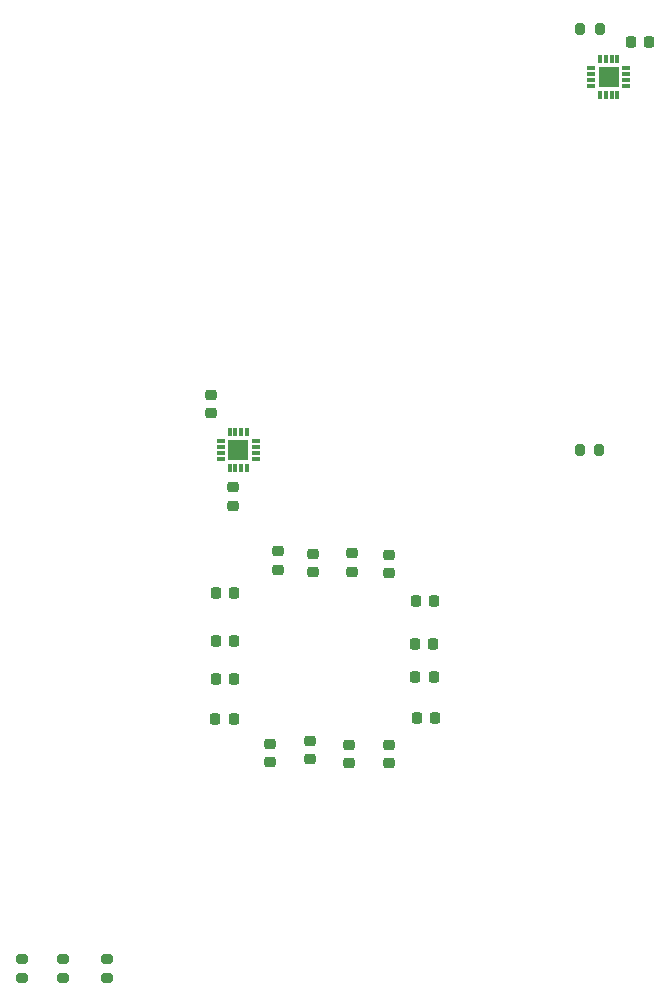
<source format=gbr>
%TF.GenerationSoftware,KiCad,Pcbnew,7.0.6-7.0.6~ubuntu20.04.1*%
%TF.CreationDate,2023-11-11T07:41:59+07:00*%
%TF.ProjectId,qpix,71706978-2e6b-4696-9361-645f70636258,rev?*%
%TF.SameCoordinates,Original*%
%TF.FileFunction,Paste,Bot*%
%TF.FilePolarity,Positive*%
%FSLAX46Y46*%
G04 Gerber Fmt 4.6, Leading zero omitted, Abs format (unit mm)*
G04 Created by KiCad (PCBNEW 7.0.6-7.0.6~ubuntu20.04.1) date 2023-11-11 07:41:59*
%MOMM*%
%LPD*%
G01*
G04 APERTURE LIST*
G04 Aperture macros list*
%AMRoundRect*
0 Rectangle with rounded corners*
0 $1 Rounding radius*
0 $2 $3 $4 $5 $6 $7 $8 $9 X,Y pos of 4 corners*
0 Add a 4 corners polygon primitive as box body*
4,1,4,$2,$3,$4,$5,$6,$7,$8,$9,$2,$3,0*
0 Add four circle primitives for the rounded corners*
1,1,$1+$1,$2,$3*
1,1,$1+$1,$4,$5*
1,1,$1+$1,$6,$7*
1,1,$1+$1,$8,$9*
0 Add four rect primitives between the rounded corners*
20,1,$1+$1,$2,$3,$4,$5,0*
20,1,$1+$1,$4,$5,$6,$7,0*
20,1,$1+$1,$6,$7,$8,$9,0*
20,1,$1+$1,$8,$9,$2,$3,0*%
G04 Aperture macros list end*
%ADD10RoundRect,0.225000X0.225000X0.250000X-0.225000X0.250000X-0.225000X-0.250000X0.225000X-0.250000X0*%
%ADD11RoundRect,0.225000X0.250000X-0.225000X0.250000X0.225000X-0.250000X0.225000X-0.250000X-0.225000X0*%
%ADD12RoundRect,0.225000X-0.225000X-0.250000X0.225000X-0.250000X0.225000X0.250000X-0.225000X0.250000X0*%
%ADD13RoundRect,0.225000X-0.250000X0.225000X-0.250000X-0.225000X0.250000X-0.225000X0.250000X0.225000X0*%
%ADD14R,0.800000X0.300000*%
%ADD15R,0.300000X0.800000*%
%ADD16R,1.800000X1.800000*%
%ADD17RoundRect,0.200000X-0.275000X0.200000X-0.275000X-0.200000X0.275000X-0.200000X0.275000X0.200000X0*%
%ADD18RoundRect,0.200000X-0.200000X-0.275000X0.200000X-0.275000X0.200000X0.275000X-0.200000X0.275000X0*%
%ADD19RoundRect,0.200000X0.200000X0.275000X-0.200000X0.275000X-0.200000X-0.275000X0.200000X-0.275000X0*%
G04 APERTURE END LIST*
D10*
%TO.C,C5*%
X131985000Y-104750000D03*
X130435000Y-104750000D03*
%TD*%
D11*
%TO.C,C16*%
X145110000Y-98945000D03*
X145110000Y-97395000D03*
%TD*%
D10*
%TO.C,C4*%
X131973000Y-100690000D03*
X130423000Y-100690000D03*
%TD*%
D11*
%TO.C,C17*%
X141950000Y-98845000D03*
X141950000Y-97295000D03*
%TD*%
D12*
%TO.C,C12*%
X147425000Y-111230000D03*
X148975000Y-111230000D03*
%TD*%
D11*
%TO.C,C18*%
X138680000Y-98895000D03*
X138680000Y-97345000D03*
%TD*%
D13*
%TO.C,C20*%
X131870000Y-91710000D03*
X131870000Y-93260000D03*
%TD*%
%TO.C,C10*%
X141650000Y-113485000D03*
X141650000Y-115035000D03*
%TD*%
D14*
%TO.C,U4*%
X165170000Y-56220000D03*
X165170000Y-56720000D03*
X165170000Y-57220000D03*
X165170000Y-57720000D03*
D15*
X164420000Y-58470000D03*
X163920000Y-58470000D03*
X163420000Y-58470000D03*
X162920000Y-58470000D03*
D14*
X162170000Y-57720000D03*
X162170000Y-57220000D03*
X162170000Y-56720000D03*
X162170000Y-56220000D03*
D15*
X162920000Y-55470000D03*
X163420000Y-55470000D03*
X163920000Y-55470000D03*
X164420000Y-55470000D03*
D16*
X163670000Y-56970000D03*
%TD*%
D17*
%TO.C,R12*%
X113970000Y-131602000D03*
X113970000Y-133252000D03*
%TD*%
%TO.C,R6*%
X121170000Y-131613000D03*
X121170000Y-133263000D03*
%TD*%
D10*
%TO.C,C8*%
X131923000Y-111340000D03*
X130373000Y-111340000D03*
%TD*%
D14*
%TO.C,U3*%
X133830000Y-87810000D03*
X133830000Y-88310000D03*
X133830000Y-88810000D03*
X133830000Y-89310000D03*
D15*
X133080000Y-90060000D03*
X132580000Y-90060000D03*
X132080000Y-90060000D03*
X131580000Y-90060000D03*
D14*
X130830000Y-89310000D03*
X130830000Y-88810000D03*
X130830000Y-88310000D03*
X130830000Y-87810000D03*
D15*
X131580000Y-87060000D03*
X132080000Y-87060000D03*
X132580000Y-87060000D03*
X133080000Y-87060000D03*
D16*
X132330000Y-88560000D03*
%TD*%
D18*
%TO.C,R5*%
X161213250Y-88560000D03*
X162863250Y-88560000D03*
%TD*%
D19*
%TO.C,R34*%
X162935000Y-52910000D03*
X161285000Y-52910000D03*
%TD*%
D11*
%TO.C,C19*%
X130030000Y-85435000D03*
X130030000Y-83885000D03*
%TD*%
D12*
%TO.C,C13*%
X147298000Y-107801000D03*
X148848000Y-107801000D03*
%TD*%
D11*
%TO.C,C7*%
X135720000Y-98665000D03*
X135720000Y-97115000D03*
%TD*%
D13*
%TO.C,C9*%
X135040000Y-113395000D03*
X135040000Y-114945000D03*
%TD*%
%TO.C,C24*%
X145060000Y-113485000D03*
X145060000Y-115035000D03*
%TD*%
D17*
%TO.C,R11*%
X117480000Y-131623000D03*
X117480000Y-133273000D03*
%TD*%
D10*
%TO.C,C6*%
X131953000Y-107950000D03*
X130403000Y-107950000D03*
%TD*%
D12*
%TO.C,C15*%
X147325000Y-101370000D03*
X148875000Y-101370000D03*
%TD*%
%TO.C,C14*%
X147270000Y-104957000D03*
X148820000Y-104957000D03*
%TD*%
%TO.C,C21*%
X165545000Y-54030000D03*
X167095000Y-54030000D03*
%TD*%
D13*
%TO.C,C11*%
X138360000Y-113185000D03*
X138360000Y-114735000D03*
%TD*%
M02*

</source>
